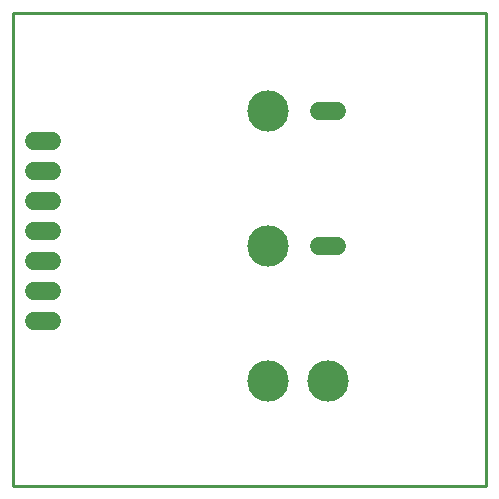
<source format=gbr>
G04 EAGLE Gerber RS-274X export*
G75*
%MOMM*%
%FSLAX34Y34*%
%LPD*%
%INBottom Copper*%
%IPPOS*%
%AMOC8*
5,1,8,0,0,1.08239X$1,22.5*%
G01*
G04 Define Apertures*
%ADD10C,1.524000*%
%ADD11C,3.500000*%
%ADD12C,0.254000*%
D10*
X208280Y88900D02*
X223520Y88900D01*
X259080Y88900D02*
X274320Y88900D01*
X223520Y203200D02*
X208280Y203200D01*
X259080Y203200D02*
X274320Y203200D01*
X223520Y317500D02*
X208280Y317500D01*
X259080Y317500D02*
X274320Y317500D01*
X33020Y292100D02*
X17780Y292100D01*
X17780Y266700D02*
X33020Y266700D01*
X33020Y241300D02*
X17780Y241300D01*
X17780Y215900D02*
X33020Y215900D01*
X33020Y190500D02*
X17780Y190500D01*
X17780Y165100D02*
X33020Y165100D01*
X33020Y139700D02*
X17780Y139700D01*
D11*
X266700Y88900D03*
X215900Y88900D03*
X215900Y203200D03*
X215900Y317500D03*
D12*
X0Y0D02*
X400000Y0D01*
X400000Y400000D01*
X0Y400000D01*
X0Y0D01*
M02*

</source>
